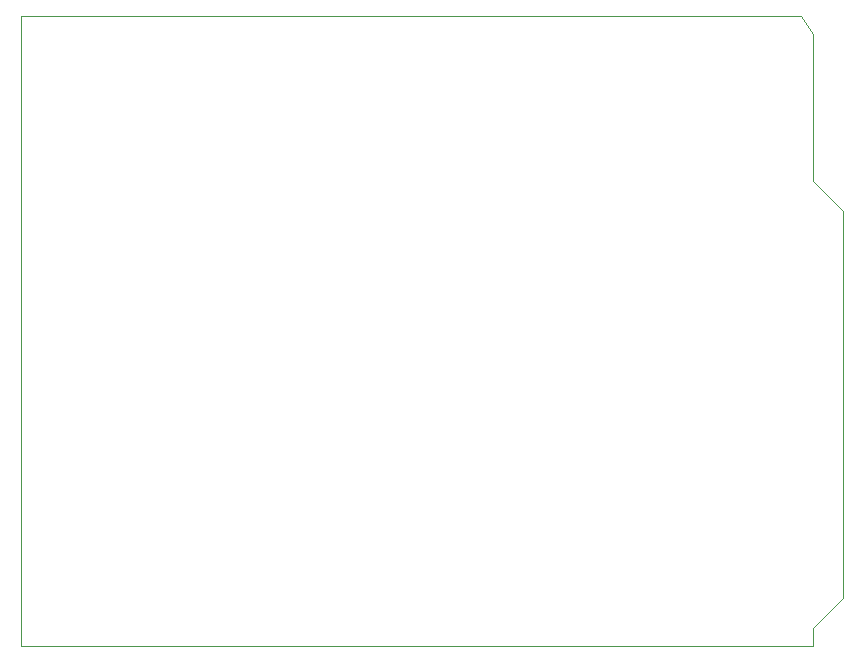
<source format=gbr>
%TF.GenerationSoftware,KiCad,Pcbnew,(5.1.10)-1*%
%TF.CreationDate,2022-04-08T18:55:06+02:00*%
%TF.ProjectId,shield_Arduino,73686965-6c64-45f4-9172-6475696e6f2e,rev?*%
%TF.SameCoordinates,Original*%
%TF.FileFunction,Profile,NP*%
%FSLAX46Y46*%
G04 Gerber Fmt 4.6, Leading zero omitted, Abs format (unit mm)*
G04 Created by KiCad (PCBNEW (5.1.10)-1) date 2022-04-08 18:55:06*
%MOMM*%
%LPD*%
G01*
G04 APERTURE LIST*
%TA.AperFunction,Profile*%
%ADD10C,0.050000*%
%TD*%
G04 APERTURE END LIST*
D10*
X171196000Y-150870920D02*
X171196000Y-118110000D01*
X171196000Y-118110000D02*
X168656000Y-115570000D01*
X168656000Y-153410920D02*
X171196000Y-150870920D01*
X168656000Y-154940000D02*
X168656000Y-153410920D01*
X101600000Y-154940000D02*
X168656000Y-154940000D01*
X101600000Y-101605080D02*
X101600000Y-154940000D01*
X167640000Y-101600000D02*
X101600000Y-101605080D01*
X168656000Y-103126540D02*
X167640000Y-101600000D01*
X168656000Y-115570000D02*
X168656000Y-103126540D01*
M02*

</source>
